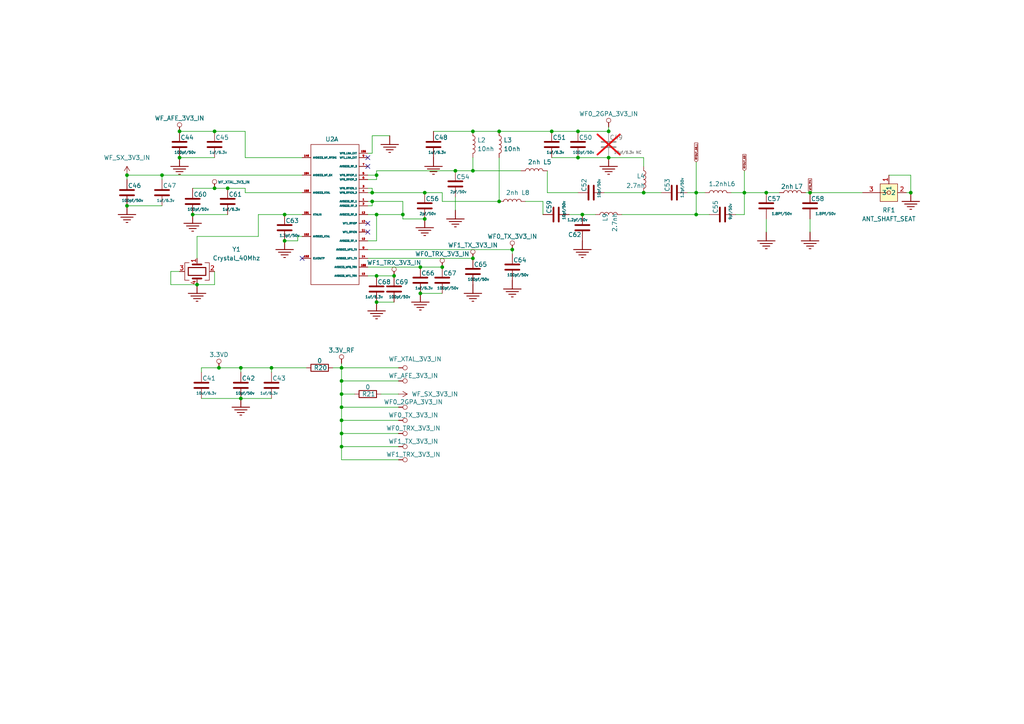
<source format=kicad_sch>
(kicad_sch (version 20250114) (generator "eeschema") (generator_version "9.0")
  (paper "A4")
  (lib_symbols
    (symbol "Device:C" (pin_numbers (hide yes)) (pin_names (offset 0.254))
      (property "Reference" "C" (at 0.635 2.54 0))
      (property "Value" "C" (at 0.635 -2.54 0))
      (symbol "C_0_1"
        (polyline (pts (xy -2.032 0.762) (xy 2.032 0.762)) (stroke (width 0.508)))
        (polyline (pts (xy -2.032 -0.762) (xy 2.032 -0.762)) (stroke (width 0.508)))
      )
      (symbol "C_1_1"
        (pin passive line (at 0 3.81 270) (length 2.794) (name "~") (number "1"))
        (pin passive line (at 0 -3.81 90) (length 2.794) (name "~") (number "2"))
      )
    )
    (symbol "Device:Crystal_GND23" (pin_names (offset 1.016) (hide yes))
      (property "Reference" "Y" (at 3.175 5.08 0))
      (property "Value" "Crystal_GND23" (at 3.175 3.175 0))
      (symbol "Crystal_GND23_0_1"
        (polyline (pts (xy -2.54 2.286) (xy -2.54 3.556) (xy 2.54 3.556) (xy 2.54 2.286)))
        (polyline (pts (xy -2.54 0) (xy -2.032 0)))
        (polyline (pts (xy -2.54 -2.286) (xy -2.54 -3.556) (xy 2.54 -3.556) (xy 2.54 -2.286)))
        (polyline (pts (xy -2.032 -1.27) (xy -2.032 1.27)) (stroke (width 0.508)))
        (rectangle (start -1.143 2.54) (end 1.143 -2.54) (stroke (width 0.3048)))
        (polyline (pts (xy 0 3.556) (xy 0 3.81)))
        (polyline (pts (xy 0 -3.81) (xy 0 -3.556)))
        (polyline (pts (xy 2.032 0) (xy 2.54 0)))
        (polyline (pts (xy 2.032 -1.27) (xy 2.032 1.27)) (stroke (width 0.508)))
      )
      (symbol "Crystal_GND23_1_1"
        (pin passive line (at -3.81 0 0) (length 1.27) (name "1") (number "1"))
        (pin passive line (at 0 5.08 270) (length 1.27) (name "2") (number "2"))
        (pin passive line (at 0 -5.08 90) (length 1.27) (name "3") (number "3"))
        (pin passive line (at 3.81 0 180) (length 1.27) (name "4") (number "4"))
      )
    )
    (symbol "Device:L" (pin_numbers (hide yes)) (pin_names (offset 1.016) (hide yes))
      (property "Reference" "L" (at -1.27 0 90))
      (property "Value" "L" (at 1.905 0 90))
      (symbol "L_0_1"
        (arc (start 0 2.54) (mid 0.6323 1.905) (end 0 1.27))
        (arc (start 0 1.27) (mid 0.6323 0.635) (end 0 0))
        (arc (start 0 0) (mid 0.6323 -0.635) (end 0 -1.27))
        (arc (start 0 -1.27) (mid 0.6323 -1.905) (end 0 -2.54))
      )
      (symbol "L_1_1"
        (pin passive line (at 0 3.81 270) (length 1.27) (name "1") (number "1"))
        (pin passive line (at 0 -3.81 90) (length 1.27) (name "2") (number "2"))
      )
    )
    (symbol "Device:R" (pin_numbers (hide yes)) (pin_names (offset 0))
      (property "Reference" "R" (at 2.032 0 90))
      (property "Value" "R" (at 0 0 90))
      (symbol "R_0_1"
        (rectangle (start -1.016 -2.54) (end 1.016 2.54) (stroke (width 0.254)))
      )
      (symbol "R_1_1"
        (pin passive line (at 0 3.81 270) (length 1.27) (name "~") (number "1"))
        (pin passive line (at 0 -3.81 90) (length 1.27) (name "~") (number "2"))
      )
    )
    (symbol "MT7688AN_Power-altium-import:3.3VD_CIRCLE" (power)
      (property "Value" "3.3VD" (at 0 -3.81 0))
      (symbol "3.3VD_CIRCLE_0_0"
        (polyline (pts (xy 0 0) (xy 0 -1.27)) (stroke (width 0.254)))
        (circle (center 0 -1.905) (radius 0.635) (stroke (width 0.127)))
        (pin power_in line (at 0 0 0) (length 0) (hide yes) (name "3.3VD") (number ""))
      )
    )
    (symbol "MT7688AN_Power-altium-import:GND_POWER_GROUND" (power)
      (property "Value" "GND" (at 0 -6.35 0))
      (symbol "GND_POWER_GROUND_0_0"
        (polyline (pts (xy -2.54 -2.54) (xy 2.54 -2.54)) (stroke (width 0.254)))
        (polyline (pts (xy -1.778 -3.302) (xy 1.778 -3.302)) (stroke (width 0.254)))
        (polyline (pts (xy -1.016 -4.064) (xy 1.016 -4.064)) (stroke (width 0.254)))
        (polyline (pts (xy -0.254 -4.826) (xy 0.254 -4.826)) (stroke (width 0.254)))
        (polyline (pts (xy 0 0) (xy 0 -2.54)) (stroke (width 0.254)))
        (pin power_in line (at 0 0 0) (length 0) (hide yes) (name "GND") (number ""))
      )
    )
    (symbol "mt7628_222:MT7628_*"
      (symbol "MT7628_*_1_1"
        (rectangle (start -6.35 6.35) (end 7.62 -34.29))
        (pin power_in line (at -8.89 2.54 0) (length 2.54) (name "AVDD33_WF_RFDIG") (number "149"))
        (pin power_in line (at -8.89 -2.54 0) (length 2.54) (name "AVDD33_WF_SX") (number "154"))
        (pin power_in line (at -8.89 -7.62 0) (length 2.54) (name "AVDD33_XTAL") (number "150"))
        (pin input line (at -8.89 -13.97 0) (length 2.54) (name "XTALIN") (number "151"))
        (pin power_in line (at -8.89 -20.32 0) (length 2.54) (name "AVSS33_XTAL") (number "152"))
        (pin output line (at -8.89 -26.67 0) (length 2.54) (name "CLKOUTP") (number "153"))
        (pin bidirectional line (at 10.16 3.81 180) (length 2.54) (name "WF0_LNA_EXT") (number "156"))
        (pin bidirectional line (at 10.16 2.54 180) (length 2.54) (name "WF1_LNA_EXT") (number "9"))
        (pin bidirectional line (at 10.16 0 180) (length 2.54) (name "AVSS33_RF_3") (number "7"))
        (pin bidirectional line (at 10.16 -2.54 180) (length 2.54) (name "WF0_RFIOP_1") (number "5"))
        (pin bidirectional line (at 10.16 -3.81 180) (length 2.54) (name "WF0_RFIOP_2") (number "6"))
        (pin bidirectional line (at 10.16 -6.35 180) (length 2.54) (name "WF0_RFION_1") (number "3"))
        (pin bidirectional line (at 10.16 -7.62 180) (length 2.54) (name "WF0_RFION_2") (number "4"))
        (pin bidirectional line (at 10.16 -10.16 180) (length 2.54) (name "AVSS33_RF_1") (number "1"))
        (pin bidirectional line (at 10.16 -11.43 180) (length 2.54) (name "AVSS33_RF_2") (number "2"))
        (pin bidirectional line (at 10.16 -13.97 180) (length 2.54) (name "AVSS33_RF_5") (number "13"))
        (pin bidirectional line (at 10.16 -16.51 180) (length 2.54) (name "WF1_RFIOP") (number "12"))
        (pin bidirectional line (at 10.16 -19.05 180) (length 2.54) (name "WF1_RFION") (number "11"))
        (pin bidirectional line (at 10.16 -21.59 180) (length 2.54) (name "AVSS33_RF_4") (number "10"))
        (pin bidirectional line (at 10.16 -24.13 180) (length 2.54) (name "AVDD33_WF0_TX") (number "8"))
        (pin power_in line (at 10.16 -26.67 180) (length 2.54) (name "AVDD33_WF1_TX") (number "14"))
        (pin power_in line (at 10.16 -29.21 180) (length 2.54) (name "AVDD33_WF0_TRX") (number "155"))
        (pin power_out line (at 10.16 -31.75 180) (length 2.54) (name "AVDD33_WF1_TRX") (number "15"))
      )
      (symbol "MT7628_*_2_1"
        (rectangle (start -8.89 11.43) (end 8.89 -34.29))
        (pin bidirectional line (at -11.43 10.16 0) (length 2.54) (name "MD0") (number "71"))
        (pin bidirectional line (at -11.43 8.89 0) (length 2.54) (name "MD1") (number "107"))
        (pin bidirectional line (at -11.43 7.62 0) (length 2.54) (name "MD2") (number "69"))
        (pin bidirectional line (at -11.43 6.35 0) (length 2.54) (name "MD3") (number "105"))
        (pin bidirectional line (at -11.43 5.08 0) (length 2.54) (name "MD4") (number "106"))
        (pin bidirectional line (at -11.43 3.81 0) (length 2.54) (name "MD5") (number "73"))
        (pin bidirectional line (at -11.43 2.54 0) (length 2.54) (name "MD6") (number "109"))
        (pin bidirectional line (at -11.43 1.27 0) (length 2.54) (name "MD7") (number "70"))
        (pin bidirectional line (at -11.43 0 0) (length 2.54) (name "MD8") (number "66"))
        (pin bidirectional line (at -11.43 -1.27 0) (length 2.54) (name "MD9") (number "112"))
        (pin bidirectional line (at -11.43 -2.54 0) (length 2.54) (name "MD10") (number "68"))
        (pin bidirectional line (at -11.43 -3.81 0) (length 2.54) (name "MD11") (number "110"))
        (pin bidirectional line (at -11.43 -5.08 0) (length 2.54) (name "MD12") (number "111"))
        (pin bidirectional line (at -11.43 -6.35 0) (length 2.54) (name "MD13") (number "67"))
        (pin bidirectional line (at -11.43 -7.62 0) (length 2.54) (name "MD14") (number "114"))
        (pin bidirectional line (at -11.43 -8.89 0) (length 2.54) (name "MD15") (number "65"))
        (pin bidirectional line (at -11.43 -15.24 0) (length 2.54) (name "DDR_IO_1V8D_1") (number "79"))
        (pin bidirectional line (at -11.43 -16.51 0) (length 2.54) (name "DDR_IO_1V8D_2") (number "98"))
        (pin bidirectional line (at -11.43 -17.78 0) (length 2.54) (name "DDR_IO_1V8D_3") (number "116"))
        (pin bidirectional line (at -11.43 -25.4 0) (length 2.54) (name "DDR_IO_VREF_1") (number "90"))
        (pin bidirectional line (at -11.43 -26.67 0) (length 2.54) (name "DDR_IO_VREF_2") (number "104"))
        (pin power_in line (at -1.27 -36.83 90) (length 2.54) (name "DDR_IO_VSS_1") (number "63"))
        (pin power_in line (at 0 -36.83 90) (length 2.54) (name "DDR_IO_VSS_2") (number "115"))
        (pin bidirectional line (at 11.43 10.16 180) (length 2.54) (name "MA0") (number "80"))
        (pin bidirectional line (at 11.43 8.89 180) (length 2.54) (name "MA1") (number "88"))
        (pin bidirectional line (at 11.43 7.62 180) (length 2.54) (name "MA2") (number "87"))
        (pin bidirectional line (at 11.43 6.35 180) (length 2.54) (name "MA3") (number "97"))
        (pin bidirectional line (at 11.43 5.08 180) (length 2.54) (name "MA4") (number "82"))
        (pin bidirectional line (at 11.43 3.81 180) (length 2.54) (name "MA5") (number "93"))
        (pin bidirectional line (at 11.43 2.54 180) (length 2.54) (name "MA6") (number "86"))
        (pin bidirectional line (at 11.43 1.27 180) (length 2.54) (name "MA7") (number "95"))
        (pin bidirectional line (at 11.43 0 180) (length 2.54) (name "MA8") (number "84"))
        (pin bidirectional line (at 11.43 -1.27 180) (length 2.54) (name "MA9") (number "94"))
        (pin bidirectional line (at 11.43 -2.54 180) (length 2.54) (name "MA10") (number "92"))
        (pin bidirectional line (at 11.43 -3.81 180) (length 2.54) (name "MA11") (number "85"))
        (pin bidirectional line (at 11.43 -5.08 180) (length 2.54) (name "MA12") (number "96"))
        (pin bidirectional line (at 11.43 -6.35 180) (length 2.54) (name "MA13") (number "83"))
        (pin bidirectional line (at 11.43 -8.89 180) (length 2.54) (name "MDQS0") (number "113"))
        (pin bidirectional line (at 11.43 -10.16 180) (length 2.54) (name "MDQS1") (number "72"))
        (pin bidirectional line (at 11.43 -12.7 180) (length 2.54) (name "MDQM0") (number "108"))
        (pin bidirectional line (at 11.43 -13.97 180) (length 2.54) (name "MDQM1") (number "64"))
        (pin bidirectional line (at 11.43 -16.51 180) (length 2.54) (name "MBA0") (number "100"))
        (pin bidirectional line (at 11.43 -17.78 180) (length 2.54) (name "MBA1") (number "99"))
        (pin bidirectional line (at 11.43 -19.05 180) (length 2.54) (name "MBA2") (number "101"))
        (pin bidirectional line (at 11.43 -21.59 180) (length 2.54) (name "MCK_N") (number "76"))
        (pin bidirectional line (at 11.43 -22.86 180) (length 2.54) (name "MCK_P") (number "77"))
        (pin bidirectional line (at 11.43 -25.4 180) (length 2.54) (name "MCKE") (number "103"))
        (pin bidirectional line (at 11.43 -27.94 180) (length 2.54) (name "MODT") (number "74"))
        (pin bidirectional line (at 11.43 -29.21 180) (length 2.54) (name "MRAS") (number "81"))
        (pin bidirectional line (at 11.43 -30.48 180) (length 2.54) (name "MCAS") (number "75"))
        (pin bidirectional line (at 11.43 -31.75 180) (length 2.54) (name "MW_E") (number "102"))
        (pin bidirectional line (at 11.43 -33.02 180) (length 2.54) (name "MCS") (number "78"))
      )
      (symbol "MT7628_*_3_1"
        (rectangle (start -5.08 1.27) (end 6.35 -21.59))
        (pin bidirectional line (at -7.62 0 0) (length 2.54) (name "SPI_MISO") (number "26"))
        (pin bidirectional line (at -7.62 -1.27 0) (length 2.54) (name "SPI_MOSI") (number "27"))
        (pin bidirectional line (at -7.62 -2.54 0) (length 2.54) (name "SPI_CLK") (number "25"))
        (pin bidirectional line (at -7.62 -3.81 0) (length 2.54) (name "SPI_CS0") (number "28"))
        (pin bidirectional line (at -7.62 -5.08 0) (length 2.54) (name "SPI_CS1") (number "24"))
        (pin bidirectional line (at -7.62 -10.16 0) (length 2.54) (name "I2C_SCLK") (number "20"))
        (pin bidirectional line (at -7.62 -11.43 0) (length 2.54) (name "I2C_SD") (number "21"))
        (pin bidirectional line (at -7.62 -13.97 0) (length 2.54) (name "GPIO0") (number "29"))
        (pin bidirectional line (at -7.62 -16.51 0) (length 2.54) (name "PORST_N") (number "138"))
        (pin bidirectional line (at -7.62 -17.78 0) (length 2.54) (name "WDT_RST_N") (number "137"))
        (pin bidirectional line (at 0 -24.13 90) (length 2.54) (name "NC_1") (number "37"))
        (pin output line (at 8.89 -2.54 180) (length 2.54) (name "UART_TXD1") (number "147"))
        (pin input line (at 8.89 -3.81 180) (length 2.54) (name "UART_RXD1") (number "148"))
        (pin input line (at 8.89 -7.62 180) (length 2.54) (name "UART_RXD0") (number "31"))
        (pin output line (at 8.89 -8.89 180) (length 2.54) (name "UART_TXD0") (number "30"))
        (pin bidirectional line (at 8.89 -12.7 180) (length 2.54) (name "I2S_CLK") (number "19"))
        (pin output line (at 8.89 -13.97 180) (length 2.54) (name "I2S_WS") (number "18"))
        (pin output line (at 8.89 -15.24 180) (length 2.54) (name "I2S_SDI") (number "16"))
        (pin bidirectional line (at 8.89 -16.51 180) (length 2.54) (name "I2S_SDO") (number "17"))
        (pin bidirectional line (at 8.89 -17.78 180) (length 2.54) (name "REF_CLK0") (number "136"))
        (pin bidirectional line (at 8.89 -20.32 180) (length 2.54) (name "WLED_N") (number "144"))
      )
      (symbol "MT7628_*_4_1"
        (rectangle (start -8.89 11.43) (end 8.89 -12.7))
        (pin power_in line (at -11.43 8.89 0) (length 2.54) (name "AVDD33_USB") (number "60"))
        (pin bidirectional line (at -11.43 0 0) (length 2.54) (name "USB_VRT") (number "59"))
        (pin bidirectional line (at -11.43 -6.35 0) (length 2.54) (name "USB_DP") (number "61"))
        (pin bidirectional line (at -11.43 -7.62 0) (length 2.54) (name "USB_DM") (number "62"))
        (pin power_in line (at 0 -15.24 90) (length 2.54) (name "PCIE_IO_VSS") (number "128"))
        (pin bidirectional line (at 11.43 10.16 180) (length 2.54) (name "AVDD12_PCIE") (number "131"))
        (pin bidirectional line (at 11.43 7.62 180) (length 2.54) (name "AVDD33_PCIE") (number "134"))
        (pin bidirectional line (at 11.43 5.08 180) (length 2.54) (name "PERST_N") (number "135"))
        (pin bidirectional line (at 11.43 2.54 180) (length 2.54) (name "PCIE_CKP0") (number "133"))
        (pin bidirectional line (at 11.43 1.27 180) (length 2.54) (name "PCIE_CKN0") (number "132"))
        (pin bidirectional line (at 11.43 -1.27 180) (length 2.54) (name "PCIE_TXP0") (number "127"))
        (pin bidirectional line (at 11.43 -3.81 180) (length 2.54) (name "PCIE_TXN0") (number "126"))
        (pin bidirectional line (at 11.43 -7.62 180) (length 2.54) (name "PCIE_RXP0") (number "129"))
        (pin bidirectional line (at 11.43 -8.89 180) (length 2.54) (name "PCIE_RXN0") (number "130"))
      )
      (symbol "MT7628_*_5_1"
        (rectangle (start -8.89 17.78) (end 8.89 -13.97))
        (pin power_in line (at -11.43 16.51 0) (length 2.54) (name "AVDD33_TX_P0") (number "32"))
        (pin power_in line (at -11.43 15.24 0) (length 2.54) (name "AVDD33_COM") (number "38"))
        (pin power_in line (at -11.43 13.97 0) (length 2.54) (name "AVDD33_TX_P1234_1") (number "41"))
        (pin power_in line (at -11.43 12.7 0) (length 2.54) (name "AVDD33_TX_P1234_2") (number "53"))
        (pin bidirectional line (at -11.43 5.08 0) (length 2.54) (name "EPHY_VRT") (number "39"))
        (pin bidirectional line (at -11.43 -2.54 0) (length 2.54) (name "EPHY_LED4_N_JTRST_N") (number "139"))
        (pin bidirectional line (at -11.43 -3.81 0) (length 2.54) (name "AVDD33_TX_P1234_2") (number "140"))
        (pin bidirectional line (at -11.43 -5.08 0) (length 2.54) (name "EPHY_LED2_N_JTMS") (number "141"))
        (pin bidirectional line (at -11.43 -6.35 0) (length 2.54) (name "EPHY_LED1_N_JTDI") (number "142"))
        (pin bidirectional line (at -11.43 -7.62 0) (length 2.54) (name "EPHY_LED0_N_JTDO") (number "143"))
        (pin bidirectional line (at 11.43 16.51 180) (length 2.54) (name "MDI_TN_P4") (number "57"))
        (pin bidirectional line (at 11.43 15.24 180) (length 2.54) (name "MDI_TP_P4") (number "56"))
        (pin bidirectional line (at 11.43 13.97 180) (length 2.54) (name "MDI_RN_P4") (number "55"))
        (pin bidirectional line (at 11.43 12.7 180) (length 2.54) (name "MDI_RP_P4") (number "54"))
        (pin bidirectional line (at 11.43 10.16 180) (length 2.54) (name "MDI_TN_P3") (number "50"))
        (pin bidirectional line (at 11.43 8.89 180) (length 2.54) (name "MDI_TP_P3") (number "49"))
        (pin bidirectional line (at 11.43 7.62 180) (length 2.54) (name "MDI_RN_P3") (number "52"))
        (pin bidirectional line (at 11.43 6.35 180) (length 2.54) (name "MDI_RP_P3") (number "51"))
        (pin bidirectional line (at 11.43 3.81 180) (length 2.54) (name "MDI_TN_P2") (number "48"))
        (pin bidirectional line (at 11.43 2.54 180) (length 2.54) (name "MDI_TP_P2") (number "47"))
        (pin bidirectional line (at 11.43 1.27 180) (length 2.54) (name "MDI_RN_P2") (number "46"))
        (pin bidirectional line (at 11.43 0 180) (length 2.54) (name "MDI_RP_P2") (number "45"))
        (pin bidirectional line (at 11.43 -2.54 180) (length 2.54) (name "MDI_TN_P1") (number "42"))
        (pin bidirectional line (at 11.43 -3.81 180) (length 2.54) (name "MDI_TP_P1") (number "40"))
        (pin bidirectional line (at 11.43 -5.08 180) (length 2.54) (name "MDI_RN_P1") (number "44"))
        (pin bidirectional line (at 11.43 -6.35 180) (length 2.54) (name "MDI_RP_P1") (number "43"))
        (pin bidirectional line (at 11.43 -8.89 180) (length 2.54) (name "MDI_TN_P0") (number "36"))
        (pin bidirectional line (at 11.43 -10.16 180) (length 2.54) (name "MDI_TP_P0") (number "35"))
        (pin bidirectional line (at 11.43 -11.43 180) (length 2.54) (name "MDI_RN_P0") (number "34"))
        (pin bidirectional line (at 11.43 -12.7 180) (length 2.54) (name "MDI_RP_P0") (number "33"))
      )
      (symbol "MT7628_*_6_1"
        (rectangle (start -8.89 8.89) (end 7.62 -11.43))
        (pin bidirectional line (at -11.43 7.62 0) (length 2.54) (name "SOC_IO_V33D_1") (number "23"))
        (pin bidirectional line (at -11.43 6.35 0) (length 2.54) (name "SOC_IO_V33D_2") (number "146"))
        (pin bidirectional line (at -11.43 -2.54 0) (length 2.54) (name "SOC_CO_V12D_1") (number "22"))
        (pin bidirectional line (at -11.43 -3.81 0) (length 2.54) (name "SOC_CO_V12D_2") (number "58"))
        (pin bidirectional line (at -11.43 -5.08 0) (length 2.54) (name "SOC_CO_V12D_3") (number "89"))
        (pin bidirectional line (at -11.43 -6.35 0) (length 2.54) (name "SOC_CO_V12D_4") (number "91"))
        (pin bidirectional line (at -11.43 -7.62 0) (length 2.54) (name "SOC_CO_V12D_5") (number "145"))
        (pin power_in line (at -1.27 -13.97 90) (length 2.54) (name "EPAD") (number "157"))
        (pin power_in line (at 10.16 7.62 180) (length 2.54) (name "AVDD33_SMPS") (number "117"))
        (pin bidirectional line (at 10.16 3.81 180) (length 2.54) (name "LXBK_1") (number "118"))
        (pin bidirectional line (at 10.16 2.54 180) (length 2.54) (name "LXBK_2") (number "119"))
        (pin bidirectional line (at 10.16 0 180) (length 2.54) (name "VOUT_FB") (number "122"))
        (pin bidirectional line (at 10.16 -2.54 180) (length 2.54) (name "AVSS33_SMPS_1") (number "120"))
        (pin bidirectional line (at 10.16 -3.81 180) (length 2.54) (name "AVSS33_SMPS_2") (number "121"))
        (pin bidirectional line (at 10.16 -6.35 180) (length 2.54) (name "AVDD33_DDRLDO_1") (number "123"))
        (pin bidirectional line (at 10.16 -7.62 180) (length 2.54) (name "AVDD33_DDRLDO_2") (number "124"))
        (pin bidirectional line (at 10.16 -10.16 180) (length 2.54) (name "DDRLDO") (number "125"))
      )
    )
    (symbol "power:+3V3" (power) (pin_numbers (hide yes)) (pin_names (offset 0) (hide yes))
      (property "Value" "+3V3" (at 0 3.556 0))
      (symbol "+3V3_0_1"
        (polyline (pts (xy -0.762 1.27) (xy 0 2.54)))
        (polyline (pts (xy 0 2.54) (xy 0.762 1.27)))
        (polyline (pts (xy 0 0) (xy 0 2.54)))
      )
      (symbol "+3V3_1_1"
        (pin power_in line (at 0 0 90) (length 0) (name "~") (number "1"))
      )
    )
    (symbol "testeda:ANT_SHAFT_SEAT"
      (property "Reference" "RF" (at 0 11.43 0))
      (property "Value" "ANT_SHAFT_SEAT" (at 0 -11.43 0))
      (symbol "ANT_SHAFT_SEAT_0_1"
        (rectangle (start -1.27 3.81) (end 3.81 -1.27) (fill (type background)))
        (circle (center 1.27 1.27) (radius 0.51))
        (polyline (pts (xy 1.27 0.76) (xy 1.27 -1.27)))
        (pin unspecified line (at -3.81 1.27 0) (length 2.54) (name "1") (number "1"))
        (pin unspecified line (at 1.27 6.35 270) (length 2.54) (name "2") (number "2"))
        (pin unspecified line (at 1.27 -6.35 90) (length 5.08) (name "3") (number "3"))
      )
    )
  )
  (junction (at 121.92 77.47))
  (junction (at 36.83 59.69))
  (junction (at 144.78 38.1))
  (junction (at 132.08 49.53))
  (junction (at 109.22 80.01))
  (junction (at 69.85 106.68))
  (junction (at 137.16 49.53))
  (junction (at 148.59 72.39))
  (junction (at 186.69 55.88))
  (junction (at 99.06 114.3))
  (junction (at 121.92 85.09))
  (junction (at 107.95 58.42))
  (junction (at 52.07 38.1))
  (junction (at 176.53 38.1))
  (junction (at 114.3 80.01))
  (junction (at 215.9 55.88))
  (junction (at 128.27 77.47))
  (junction (at 82.55 69.85))
  (junction (at 82.55 62.23))
  (junction (at 66.04 54.61))
  (junction (at 160.02 38.1))
  (junction (at 99.06 106.68))
  (junction (at 62.23 38.1))
  (junction (at 109.22 62.23))
  (junction (at 69.85 115.57))
  (junction (at 99.06 110.49))
  (junction (at 78.74 106.68))
  (junction (at 52.07 45.72))
  (junction (at 36.83 50.8))
  (junction (at 99.06 125.73))
  (junction (at 222.25 55.88))
  (junction (at 167.64 45.72))
  (junction (at 167.64 38.1))
  (junction (at 123.19 55.88))
  (junction (at 264.16 55.88))
  (junction (at 99.06 129.54))
  (junction (at 176.53 45.72))
  (junction (at 144.78 58.42))
  (junction (at 107.95 55.88))
  (junction (at 55.88 62.23))
  (junction (at 62.23 54.61))
  (junction (at 123.19 63.5))
  (junction (at 99.06 118.11))
  (junction (at 63.5 106.68))
  (junction (at 57.15 82.55))
  (junction (at 201.93 62.23))
  (junction (at 46.99 50.8))
  (junction (at 109.22 87.63))
  (junction (at 168.91 62.23))
  (junction (at 109.22 50.8))
  (junction (at 201.93 55.88))
  (junction (at 137.16 74.93))
  (junction (at 234.95 55.88))
  (junction (at 137.16 38.1))
  (junction (at 116.84 62.23))
  (junction (at 99.06 121.92))
  (no_connect (at 87.63 74.93))
  (no_connect (at 106.68 48.26))
  (no_connect (at 106.68 45.72))
  (no_connect (at 106.68 64.77))
  (no_connect (at 106.68 67.31))
  (wire (pts (xy 222.25 67.31) (xy 222.25 63.5)))
  (wire (pts (xy 87.63 50.8) (xy 46.99 50.8)))
  (wire (pts (xy 109.22 62.23) (xy 116.84 62.23)))
  (wire (pts (xy 87.63 68.58) (xy 86.36 68.58)))
  (wire (pts (xy 106.68 62.23) (xy 109.22 62.23)))
  (wire (pts (xy 99.06 110.49) (xy 99.06 106.68)))
  (wire (pts (xy 99.06 106.68) (xy 115.57 106.68)))
  (wire (pts (xy 123.19 55.88) (xy 107.95 55.88)))
  (wire (pts (xy 107.95 58.42) (xy 116.84 58.42)))
  (wire (pts (xy 107.95 44.45) (xy 107.95 39.37)))
  (wire (pts (xy 128.27 58.42) (xy 144.78 58.42)))
  (wire (pts (xy 115.57 129.54) (xy 99.06 129.54)))
  (wire (pts (xy 49.53 82.55) (xy 57.15 82.55)))
  (wire (pts (xy 57.15 68.58) (xy 57.15 74.93)))
  (wire (pts (xy 264.16 50.8) (xy 257.81 50.8)))
  (wire (pts (xy 99.06 121.92) (xy 99.06 118.11)))
  (wire (pts (xy 36.83 50.8) (xy 36.83 52.07)))
  (wire (pts (xy 109.22 50.8) (xy 109.22 52.07)))
  (wire (pts (xy 62.23 54.61) (xy 55.88 54.61)))
  (wire (pts (xy 201.93 46.99) (xy 201.93 55.88)))
  (wire (pts (xy 69.85 107.95) (xy 69.85 106.68)))
  (wire (pts (xy 137.16 45.72) (xy 137.16 49.53)))
  (wire (pts (xy 86.36 69.85) (xy 82.55 69.85)))
  (wire (pts (xy 215.9 55.88) (xy 222.25 55.88)))
  (wire (pts (xy 74.93 68.58) (xy 74.93 62.23)))
  (wire (pts (xy 204.47 55.88) (xy 201.93 55.88)))
  (wire (pts (xy 191.77 55.88) (xy 186.69 55.88)))
  (wire (pts (xy 137.16 38.1) (xy 144.78 38.1)))
  (wire (pts (xy 71.12 54.61) (xy 66.04 54.61)))
  (wire (pts (xy 69.85 115.57) (xy 78.74 115.57)))
  (wire (pts (xy 262.89 55.88) (xy 264.16 55.88)))
  (wire (pts (xy 176.53 45.72) (xy 186.69 45.72)))
  (wire (pts (xy 125.73 38.1) (xy 137.16 38.1)))
  (wire (pts (xy 71.12 45.72) (xy 71.12 38.1)))
  (wire (pts (xy 106.68 58.42) (xy 107.95 58.42)))
  (wire (pts (xy 106.68 80.01) (xy 109.22 80.01)))
  (wire (pts (xy 180.34 62.23) (xy 201.93 62.23)))
  (wire (pts (xy 205.74 62.23) (xy 201.93 62.23)))
  (wire (pts (xy 69.85 106.68) (xy 63.5 106.68)))
  (wire (pts (xy 160.02 45.72) (xy 167.64 45.72)))
  (wire (pts (xy 87.63 55.88) (xy 71.12 55.88)))
  (wire (pts (xy 74.93 62.23) (xy 82.55 62.23)))
  (wire (pts (xy 106.68 74.93) (xy 137.16 74.93)))
  (wire (pts (xy 234.95 67.31) (xy 234.95 63.5)))
  (wire (pts (xy 71.12 38.1) (xy 62.23 38.1)))
  (wire (pts (xy 106.68 50.8) (xy 109.22 50.8)))
  (wire (pts (xy 106.68 54.61) (xy 107.95 54.61)))
  (wire (pts (xy 144.78 38.1) (xy 160.02 38.1)))
  (wire (pts (xy 157.48 58.42) (xy 157.48 62.23)))
  (wire (pts (xy 58.42 115.57) (xy 69.85 115.57)))
  (wire (pts (xy 167.64 38.1) (xy 176.53 38.1)))
  (wire (pts (xy 99.06 133.35) (xy 99.06 129.54)))
  (wire (pts (xy 36.83 59.69) (xy 46.99 59.69)))
  (wire (pts (xy 128.27 55.88) (xy 128.27 58.42)))
  (wire (pts (xy 57.15 68.58) (xy 74.93 68.58)))
  (wire (pts (xy 215.9 55.88) (xy 212.09 55.88)))
  (wire (pts (xy 226.06 55.88) (xy 222.25 55.88)))
  (wire (pts (xy 49.53 78.74) (xy 49.53 82.55)))
  (wire (pts (xy 107.95 58.42) (xy 107.95 59.69)))
  (wire (pts (xy 148.59 72.39) (xy 148.59 73.66)))
  (wire (pts (xy 167.64 45.72) (xy 176.53 45.72)))
  (wire (pts (xy 58.42 106.68) (xy 58.42 107.95)))
  (wire (pts (xy 106.68 44.45) (xy 107.95 44.45)))
  (wire (pts (xy 99.06 125.73) (xy 99.06 121.92)))
  (wire (pts (xy 52.07 78.74) (xy 49.53 78.74)))
  (wire (pts (xy 172.72 62.23) (xy 168.91 62.23)))
  (wire (pts (xy 71.12 55.88) (xy 71.12 54.61)))
  (wire (pts (xy 115.57 125.73) (xy 99.06 125.73)))
  (wire (pts (xy 144.78 45.72) (xy 144.78 58.42)))
  (wire (pts (xy 121.92 85.09) (xy 128.27 85.09)))
  (wire (pts (xy 213.36 62.23) (xy 215.9 62.23)))
  (wire (pts (xy 201.93 55.88) (xy 199.39 55.88)))
  (wire (pts (xy 151.13 49.53) (xy 137.16 49.53)))
  (wire (pts (xy 115.57 118.11) (xy 99.06 118.11)))
  (wire (pts (xy 107.95 55.88) (xy 106.68 55.88)))
  (wire (pts (xy 109.22 52.07) (xy 106.68 52.07)))
  (wire (pts (xy 132.08 49.53) (xy 109.22 49.53)))
  (wire (pts (xy 123.19 55.88) (xy 128.27 55.88)))
  (wire (pts (xy 201.93 62.23) (xy 201.93 55.88)))
  (wire (pts (xy 107.95 39.37) (xy 113.03 39.37)))
  (wire (pts (xy 62.23 38.1) (xy 52.07 38.1)))
  (wire (pts (xy 264.16 55.88) (xy 264.16 50.8)))
  (wire (pts (xy 152.4 58.42) (xy 157.48 58.42)))
  (wire (pts (xy 110.49 114.3) (xy 115.57 114.3)))
  (wire (pts (xy 99.06 105.41) (xy 99.06 106.68)))
  (wire (pts (xy 87.63 45.72) (xy 71.12 45.72)))
  (wire (pts (xy 99.06 114.3) (xy 102.87 114.3)))
  (wire (pts (xy 109.22 80.01) (xy 114.3 80.01)))
  (wire (pts (xy 121.92 77.47) (xy 128.27 77.47)))
  (wire (pts (xy 62.23 78.74) (xy 62.23 82.55)))
  (wire (pts (xy 107.95 55.88) (xy 107.95 54.61)))
  (wire (pts (xy 82.55 62.23) (xy 87.63 62.23)))
  (wire (pts (xy 186.69 55.88) (xy 175.26 55.88)))
  (wire (pts (xy 115.57 133.35) (xy 99.06 133.35)))
  (wire (pts (xy 176.53 36.83) (xy 176.53 38.1)))
  (wire (pts (xy 109.22 49.53) (xy 109.22 50.8)))
  (wire (pts (xy 116.84 63.5) (xy 123.19 63.5)))
  (wire (pts (xy 116.84 62.23) (xy 116.84 63.5)))
  (wire (pts (xy 46.99 50.8) (xy 46.99 52.07)))
  (wire (pts (xy 137.16 49.53) (xy 132.08 49.53)))
  (wire (pts (xy 78.74 106.68) (xy 69.85 106.68)))
  (wire (pts (xy 99.06 106.68) (xy 96.52 106.68)))
  (wire (pts (xy 99.06 118.11) (xy 99.06 114.3)))
  (wire (pts (xy 78.74 107.95) (xy 78.74 106.68)))
  (wire (pts (xy 99.06 110.49) (xy 99.06 114.3)))
  (wire (pts (xy 234.95 55.88) (xy 250.19 55.88)))
  (wire (pts (xy 99.06 129.54) (xy 99.06 125.73)))
  (wire (pts (xy 106.68 72.39) (xy 148.59 72.39)))
  (wire (pts (xy 215.9 62.23) (xy 215.9 55.88)))
  (wire (pts (xy 167.64 55.88) (xy 158.75 55.88)))
  (wire (pts (xy 86.36 68.58) (xy 86.36 69.85)))
  (wire (pts (xy 115.57 121.92) (xy 99.06 121.92)))
  (wire (pts (xy 109.22 69.85) (xy 106.68 69.85)))
  (wire (pts (xy 52.07 45.72) (xy 62.23 45.72)))
  (wire (pts (xy 109.22 62.23) (xy 109.22 69.85)))
  (wire (pts (xy 109.22 87.63) (xy 114.3 87.63)))
  (wire (pts (xy 115.57 110.49) (xy 99.06 110.49)))
  (wire (pts (xy 116.84 58.42) (xy 116.84 62.23)))
  (wire (pts (xy 88.9 106.68) (xy 78.74 106.68)))
  (wire (pts (xy 63.5 106.68) (xy 58.42 106.68)))
  (wire (pts (xy 46.99 50.8) (xy 36.83 50.8)))
  (wire (pts (xy 106.68 77.47) (xy 121.92 77.47)))
  (wire (pts (xy 158.75 55.88) (xy 158.75 49.53)))
  (wire (pts (xy 160.02 38.1) (xy 167.64 38.1)))
  (wire (pts (xy 234.95 55.88) (xy 233.68 55.88)))
  (wire (pts (xy 55.88 62.23) (xy 66.04 62.23)))
  (wire (pts (xy 215.9 49.53) (xy 215.9 55.88)))
  (wire (pts (xy 165.1 62.23) (xy 168.91 62.23)))
  (wire (pts (xy 66.04 54.61) (xy 62.23 54.61)))
  (wire (pts (xy 186.69 48.26) (xy 186.69 45.72)))
  (wire (pts (xy 107.95 59.69) (xy 106.68 59.69)))
  (wire (pts (xy 132.08 57.15) (xy 132.08 60.96)))
  (wire (pts (xy 62.23 82.55) (xy 57.15 82.55)))
  (global_label "RFOUT_G0" (shape input) (at 215.9 49.53 90) (effects (font (size 0.508 0.508))) (property "Intersheetrefs" "${INTERSHEET_REFS}" (effects (hide yes))))
  (global_label "WF0_iPA" (shape input) (at 234.95 55.88 90) (effects (font (size 0.508 0.508))) (property "Intersheetrefs" "${INTERSHEET_REFS}" (effects (hide yes))))
  (global_label "RFOUT_G0_L" (shape input) (at 201.93 46.99 90) (effects (font (size 0.508 0.508))) (property "Intersheetrefs" "${INTERSHEET_REFS}" (effects (hide yes))))
  (symbol (lib_id "MT7688AN_Power-altium-import:GND_POWER_GROUND") (at 55.88 62.23 0) (unit 1)
    (property "Reference" "#PWR043" (effects (hide yes)))
    (property "Value" "GND" (effects (hide yes)))
  )
  (symbol (lib_id "MT7688AN_Power-altium-import:GND_POWER_GROUND") (at 222.25 67.31 0) (unit 1)
    (property "Reference" "#PWR053" (effects (hide yes)))
    (property "Value" "GND" (effects (hide yes)))
  )
  (symbol (lib_id "Device:C") (at 121.92 81.28 0) (unit 1)
    (property "Reference" "C66" (at 122.174 79.248 0) (effects (justify left)))
    (property "Value" "1uf/6.3v" (at 120.396 83.566 0) (effects (font (size 0.762 0.762)) (justify left)))
    (property "Footprint" "Capacitor_SMD:C_0402_1005Metric" (effects (hide yes)))
    (property "Description" "Unpolarized capacitor" (effects (hide yes)))
    (property "LCSC" "C15684" (effects (hide yes)))
  )
  (symbol (lib_id "MT7688AN_Power-altium-import:GND_POWER_GROUND") (at 168.91 69.85 0) (unit 1)
    (property "Reference" "#PWR057" (effects (hide yes)))
    (property "Value" "GND" (effects (hide yes)))
  )
  (symbol (lib_id "Device:C") (at 209.55 62.23 90) (unit 1)
    (property "Reference" "C55" (at 207.518 61.976 0) (effects (justify left)))
    (property "Value" "9pf/50v" (at 211.836 63.754 0) (effects (font (size 0.762 0.762)) (justify left)))
    (property "Footprint" "Capacitor_SMD:C_0402_1005Metric" (effects (hide yes)))
    (property "Description" "Unpolarized capacitor" (effects (hide yes)))
    (property "LOSC" "C1580" (effects (hide yes)))
  )
  (symbol (lib_id "MT7688AN_Power-altium-import:GND_POWER_GROUND") (at 113.03 39.37 0) (unit 1)
    (property "Reference" "#PWR048" (effects (hide yes)))
    (property "Value" "GND" (effects (hide yes)))
  )
  (symbol (lib_id "Device:L") (at 148.59 58.42 90) (unit 1)
    (property "Reference" "L8" (at 152.4 55.88 90))
    (property "Value" "2nh" (at 148.59 55.88 90))
    (property "Footprint" "Inductor_SMD:L_0402_1005Metric" (effects (hide yes)))
    (property "Description" "Inductor" (effects (hide yes)))
    (property "LCSC" "C18216" (effects (hide yes)))
  )
  (symbol (lib_id "testeda:ANT_SHAFT_SEAT") (at 256.54 54.61 270) (unit 1)
    (property "Reference" "RF1" (at 257.81 60.96 90))
    (property "Value" "ANT_SHAFT_SEAT" (at 257.81 63.5 90))
    (property "Footprint" "easyeda2kicad:IPEX-SMD_4P-L2.6-W2.6_C9900016457" (effects (hide yes)))
    (property "LCSC" "C9900016457" (effects (hide yes)))
  )
  (symbol (lib_id "Device:C") (at 167.64 41.91 0) (unit 1)
    (property "Reference" "C50" (at 167.894 39.878 0) (effects (justify left)))
    (property "Value" "100pf/50v" (at 166.116 44.196 0) (effects (font (size 0.762 0.762)) (justify left)))
    (property "Footprint" "Capacitor_SMD:C_0402_1005Metric" (effects (hide yes)))
    (property "Description" "Unpolarized capacitor" (effects (hide yes)))
    (property "LCSC" "C1546" (effects (hide yes)))
  )
  (symbol (lib_id "MT7688AN_Power-altium-import:3.3VD_CIRCLE") (at 115.57 125.73 90) (unit 1)
    (property "Reference" "#PWR073" (effects (hide yes)))
    (property "Value" "WF0_TRX_3V3_IN" (at 119.888 124.206 90))
  )
  (symbol (lib_id "MT7688AN_Power-altium-import:3.3VD_CIRCLE") (at 115.57 121.92 90) (unit 1)
    (property "Reference" "#PWR072" (effects (hide yes)))
    (property "Value" "WF0_TX_3V3_IN" (at 119.888 120.396 90))
  )
  (symbol (lib_id "MT7688AN_Power-altium-import:3.3VD_CIRCLE") (at 115.57 110.49 90) (unit 1)
    (property "Reference" "#PWR069" (effects (hide yes)))
    (property "Value" "WF_AFE_3V3_IN" (at 119.888 108.966 90))
  )
  (symbol (lib_id "MT7688AN_Power-altium-import:GND_POWER_GROUND") (at 125.73 45.72 0) (unit 1)
    (property "Reference" "#PWR051" (effects (hide yes)))
    (property "Value" "GND" (effects (hide yes)))
  )
  (symbol (lib_id "Device:L") (at 229.87 55.88 90) (unit 1)
    (property "Reference" "L7" (at 231.648 54.102 90))
    (property "Value" "2nh" (at 228.346 54.102 90))
    (property "Footprint" "Inductor_SMD:L_0402_1005Metric" (effects (hide yes)))
    (property "Description" "Inductor" (effects (hide yes)))
    (property "LCSC" "C18216" (effects (hide yes)))
  )
  (symbol (lib_id "Device:R") (at 92.71 106.68 90) (unit 1)
    (property "Reference" "R20" (at 92.964 106.68 90))
    (property "Value" "0" (at 92.71 104.648 90))
    (property "Footprint" "Resistor_SMD:R_0402_1005Metric" (effects (hide yes)))
    (property "Description" "Resistor" (effects (hide yes)))
    (property "LCSC" "C17168" (effects (hide yes)))
  )
  (symbol (lib_id "MT7688AN_Power-altium-import:3.3VD_CIRCLE") (at 115.57 133.35 90) (unit 1)
    (property "Reference" "#PWR076" (effects (hide yes)))
    (property "Value" "WF1_TRX_3V3_IN" (at 119.888 131.826 90))
  )
  (symbol (lib_id "MT7688AN_Power-altium-import:GND_POWER_GROUND") (at 121.92 85.09 0) (unit 1)
    (property "Reference" "#PWR062" (effects (hide yes)))
    (property "Value" "GND" (effects (hide yes)))
  )
  (symbol (lib_id "MT7688AN_Power-altium-import:3.3VD_CIRCLE") (at 148.59 72.39 180) (unit 1)
    (property "Reference" "#PWR059" (effects (hide yes)))
    (property "Value" "WF0_TX_3V3_IN" (at 148.59 68.58 0))
  )
  (symbol (lib_id "Device:C") (at 160.02 41.91 0) (unit 1)
    (property "Reference" "C51" (at 160.274 39.878 0) (effects (justify left)))
    (property "Value" "1uf/6.3v" (at 158.496 44.196 0) (effects (font (size 0.762 0.762)) (justify left)))
    (property "Footprint" "Capacitor_SMD:C_0402_1005Metric" (effects (hide yes)))
    (property "Description" "Unpolarized capacitor" (effects (hide yes)))
    (property "LCSC" "C15684" (effects (hide yes)))
  )
  (symbol (lib_id "MT7688AN_Power-altium-import:GND_POWER_GROUND") (at 109.22 87.63 0) (unit 1)
    (property "Reference" "#PWR064" (effects (hide yes)))
    (property "Value" "GND" (effects (hide yes)))
  )
  (symbol (lib_id "Device:C") (at 171.45 55.88 90) (unit 1)
    (property "Reference" "C52" (at 169.418 55.626 0) (effects (justify left)))
    (property "Value" "10pf/50v" (at 173.736 57.404 0) (effects (font (size 0.762 0.762)) (justify left)))
    (property "Footprint" "Capacitor_SMD:C_0402_1005Metric" (effects (hide yes)))
    (property "Description" "Unpolarized capacitor" (effects (hide yes)))
    (property "LCSC" "C32949" (effects (hide yes)))
  )
  (symbol (lib_id "MT7688AN_Power-altium-import:GND_POWER_GROUND") (at 234.95 67.31 0) (unit 1)
    (property "Reference" "#PWR054" (effects (hide yes)))
    (property "Value" "GND" (effects (hide yes)))
  )
  (symbol (lib_id "MT7688AN_Power-altium-import:3.3VD_CIRCLE") (at 137.16 74.93 180) (unit 1)
    (property "Reference" "#PWR061" (effects (hide yes)))
    (property "Value" "WF1_TX_3V3_IN" (at 137.16 71.12 0))
  )
  (symbol (lib_id "mt7628_222:MT7628_*") (at 96.52 48.26 0) (unit 1)
    (property "Reference" "U2" (at 96.266 40.386 0))
    (property "Value" "~" (at 97.155 40.64 0))
    (property "Footprint" "Library:MT7628_footprint" (effects (hide yes)))
  )
  (symbol (lib_id "Device:C") (at 195.58 55.88 90) (unit 1)
    (property "Reference" "C53" (at 193.548 55.626 0) (effects (justify left)))
    (property "Value" "1.2pf/50v" (at 197.866 57.404 0) (effects (font (size 0.762 0.762)) (justify left)))
    (property "Footprint" "Capacitor_SMD:C_0402_1005Metric" (effects (hide yes)))
    (property "Description" "Unpolarized capacitor" (effects (hide yes)))
    (property "LOSC" "C1551" (effects (hide yes)))
  )
  (symbol (lib_id "Device:C") (at 52.07 41.91 0) (unit 1)
    (property "Reference" "C44" (at 52.324 39.878 0) (effects (justify left)))
    (property "Value" "100pf/50v" (at 50.546 44.196 0) (effects (font (size 0.762 0.762)) (justify left)))
    (property "Footprint" "Capacitor_SMD:C_0402_1005Metric" (effects (hide yes)))
    (property "Description" "Unpolarized capacitor" (effects (hide yes)))
    (property "LCSC" "C1546" (effects (hide yes)))
  )
  (symbol (lib_id "MT7688AN_Power-altium-import:GND_POWER_GROUND") (at 123.19 63.5 0) (mirror y) (unit 1)
    (property "Reference" "#PWR056" (effects (hide yes)))
    (property "Value" "GND" (effects (hide yes)))
  )
  (symbol (lib_id "Device:C") (at 161.29 62.23 90) (unit 1)
    (property "Reference" "C59" (at 159.258 61.976 0) (effects (justify left)))
    (property "Value" "10pf/50v" (at 163.576 63.754 0) (effects (font (size 0.762 0.762)) (justify left)))
    (property "Footprint" "Capacitor_SMD:C_0402_1005Metric" (effects (hide yes)))
    (property "Description" "Unpolarized capacitor" (effects (hide yes)))
    (property "LCSC" "C32949" (effects (hide yes)))
  )
  (symbol (lib_id "MT7688AN_Power-altium-import:3.3VD_CIRCLE") (at 62.23 54.61 180) (unit 1)
    (property "Reference" "#PWR044" (effects (hide yes)))
    (property "Value" "WF_XTAL_3V3_IN" (at 67.818 52.832 0) (effects (font (size 0.762 0.762))))
  )
  (symbol (lib_id "Device:C") (at 78.74 111.76 0) (unit 1)
    (property "Reference" "C43" (at 78.994 109.728 0) (effects (justify left)))
    (property "Value" "1uf/6.3v" (at 75.438 114.046 0) (effects (font (size 0.762 0.762)) (justify left)))
    (property "Footprint" "Capacitor_SMD:C_0402_1005Metric" (effects (hide yes)))
    (property "Description" "Unpolarized capacitor" (effects (hide yes)))
    (property "LCSC" "C15684" (effects (hide yes)))
  )
  (symbol (lib_id "Device:L") (at 186.69 52.07 0) (unit 1)
    (property "Reference" "L4" (at 184.658 51.054 0) (effects (justify left)))
    (property "Value" "2.7nh" (at 181.61 53.848 0) (effects (justify left)))
    (property "Footprint" "Inductor_SMD:L_0402_1005Metric" (effects (hide yes)))
    (property "Description" "Inductor" (effects (hide yes)))
    (property "LCSC" "C76770" (effects (hide yes)))
  )
  (symbol (lib_id "power:+3V3") (at 115.57 114.3 270) (unit 1)
    (property "Reference" "#PWR0108" (effects (hide yes)))
    (property "Value" "WF_SX_3V3_IN" (at 119.38 114.2999 90) (effects (justify left)))
    (property "Description" "Power symbol creates a global label with name \"+3V3\"" (effects (hide yes)))
  )
  (symbol (lib_id "MT7688AN_Power-altium-import:3.3VD_CIRCLE") (at 128.27 77.47 180) (unit 1)
    (property "Reference" "#PWR063" (effects (hide yes)))
    (property "Value" "WF0_TRX_3V3_IN" (at 128.27 73.66 0))
  )
  (symbol (lib_id "MT7688AN_Power-altium-import:GND_POWER_GROUND") (at 132.08 60.96 0) (unit 1)
    (property "Reference" "#PWR049" (effects (hide yes)))
    (property "Value" "GND" (effects (hide yes)))
  )
  (symbol (lib_id "MT7688AN_Power-altium-import:3.3VD_CIRCLE") (at 115.57 106.68 90) (unit 1)
    (property "Reference" "#PWR068" (effects (hide yes)))
    (property "Value" "WF_XTAL_3V3_IN" (at 120.396 104.14 90))
  )
  (symbol (lib_id "Device:C") (at 123.19 59.69 0) (unit 1)
    (property "Reference" "C56" (at 123.444 57.658 0) (effects (justify left)))
    (property "Value" "2pf/50v" (at 121.666 61.976 0) (effects (font (size 0.762 0.762)) (justify left)))
    (property "Footprint" "Capacitor_SMD:C_0402_1005Metric" (effects (hide yes)))
    (property "Description" "Unpolarized capacitor" (effects (hide yes)))
    (property "LOSC" "C1523" (effects (hide yes)))
  )
  (symbol (lib_id "Device:C") (at 222.25 59.69 0) (unit 1)
    (property "Reference" "C57" (at 222.504 57.658 0) (effects (justify left)))
    (property "Value" "1.8Pf/50v" (at 223.774 61.976 0) (effects (font (size 0.762 0.762)) (justify left)))
    (property "Footprint" "Capacitor_SMD:C_0402_1005Metric" (effects (hide yes)))
    (property "Description" "Unpolarized capacitor" (effects (hide yes)))
    (property "LOSC" "C1553" (effects (hide yes)))
  )
  (symbol (lib_id "power:+3V3") (at 36.83 50.8 0) (unit 1)
    (property "Reference" "#PWR0109" (effects (hide yes)))
    (property "Value" "WF_SX_3V3_IN" (at 36.83 45.72 0))
    (property "Description" "Power symbol creates a global label with name \"+3V3\"" (effects (hide yes)))
  )
  (symbol (lib_id "MT7688AN_Power-altium-import:3.3VD_CIRCLE") (at 63.5 106.68 180) (unit 1)
    (property "Reference" "#PWR065" (effects (hide yes)))
    (property "Value" "3.3VD" (at 63.5 102.87 0))
  )
  (symbol (lib_id "Device:R") (at 106.68 114.3 90) (unit 1)
    (property "Reference" "R21" (at 106.934 114.3 90))
    (property "Value" "0" (at 106.68 112.268 90))
    (property "Footprint" "Resistor_SMD:R_0402_1005Metric" (effects (hide yes)))
    (property "Description" "Resistor" (effects (hide yes)))
    (property "LCSC" "C17168" (effects (hide yes)))
  )
  (symbol (lib_id "Device:C") (at 66.04 58.42 0) (unit 1)
    (property "Reference" "C61" (at 66.294 56.388 0) (effects (justify left)))
    (property "Value" "1uf/6.3v" (at 64.516 60.706 0) (effects (font (size 0.762 0.762)) (justify left)))
    (property "Footprint" "Capacitor_SMD:C_0402_1005Metric" (effects (hide yes)))
    (property "Description" "Unpolarized capacitor" (effects (hide yes)))
    (property "LCSC" "C15684" (effects (hide yes)))
  )
  (symbol (lib_id "Device:C") (at 114.3 83.82 0) (unit 1)
    (property "Reference" "C69" (at 114.554 81.788 0) (effects (justify left)))
    (property "Value" "100pf/50v" (at 112.776 86.106 0) (effects (font (size 0.762 0.762)) (justify left)))
    (property "Footprint" "Capacitor_SMD:C_0402_1005Metric" (effects (hide yes)))
    (property "Description" "Unpolarized capacitor" (effects (hide yes)))
    (property "LCSC" "C1546" (effects (hide yes)))
  )
  (symbol (lib_id "Device:L") (at 154.94 49.53 90) (unit 1)
    (property "Reference" "L5" (at 158.75 46.99 90))
    (property "Value" "2nh" (at 154.94 46.99 90))
    (property "Footprint" "Inductor_SMD:L_0402_1005Metric" (effects (hide yes)))
    (property "Description" "Inductor" (effects (hide yes)))
    (property "LCSC" "C18216" (effects (hide yes)))
  )
  (symbol (lib_id "MT7688AN_Power-altium-import:3.3VD_CIRCLE") (at 114.3 80.01 180) (unit 1)
    (property "Reference" "#PWR075" (effects (hide yes)))
    (property "Value" "WF1_TRX_3V3_IN" (at 114.3 76.2 0))
  )
  (symbol (lib_id "Device:C") (at 176.53 41.91 0) (unit 1) (exclude_from_sim yes) (in_bom no) (on_board no) (dnp yes)
    (property "Reference" "C49" (at 176.784 39.878 0) (effects (justify left)))
    (property "Value" "10uf/6.3v NC" (at 178.054 44.196 0) (effects (font (size 0.762 0.762)) (justify left)))
    (property "Footprint" "Capacitor_SMD:C_0603_1608Metric" (effects (hide yes)))
    (property "Description" "Unpolarized capacitor" (effects (hide yes)))
    (property "LCSC" "C1691" (effects (hide yes)))
  )
  (symbol (lib_id "Device:C") (at 82.55 66.04 0) (unit 1)
    (property "Reference" "C63" (at 82.804 64.008 0) (effects (justify left)))
    (property "Value" "1.3pf/50v" (at 81.026 68.326 0) (effects (font (size 0.762 0.762)) (justify left)))
    (property "Footprint" "Capacitor_SMD:C_0402_1005Metric" (effects (hide yes)))
    (property "Description" "Unpolarized capacitor" (effects (hide yes)))
    (property "LCSC" "C88880" (effects (hide yes)))
  )
  (symbol (lib_id "MT7688AN_Power-altium-import:GND_POWER_GROUND") (at 264.16 55.88 0) (unit 1)
    (property "Reference" "#PWR055" (effects (hide yes)))
    (property "Value" "GND" (effects (hide yes)))
  )
  (symbol (lib_id "Device:C") (at 109.22 83.82 0) (unit 1)
    (property "Reference" "C68" (at 109.474 81.788 0) (effects (justify left)))
    (property "Value" "1uf/6.3v" (at 105.918 86.106 0) (effects (font (size 0.762 0.762)) (justify left)))
    (property "Footprint" "Capacitor_SMD:C_0402_1005Metric" (effects (hide yes)))
    (property "Description" "Unpolarized capacitor" (effects (hide yes)))
    (property "LCSC" "C15684" (effects (hide yes)))
  )
  (symbol (lib_id "MT7688AN_Power-altium-import:GND_POWER_GROUND") (at 82.55 69.85 0) (unit 1)
    (property "Reference" "#PWR045" (effects (hide yes)))
    (property "Value" "GND" (effects (hide yes)))
  )
  (symbol (lib_id "Device:C") (at 168.91 66.04 180) (unit 1)
    (property "Reference" "C62" (at 168.656 68.072 0) (effects (justify left)))
    (property "Value" "1.2pf/50v" (at 170.434 63.754 0) (effects (font (size 0.762 0.762)) (justify left)))
    (property "Footprint" "Capacitor_SMD:C_0402_1005Metric" (effects (hide yes)))
    (property "Description" "Unpolarized capacitor" (effects (hide yes)))
    (property "LOSC" "C1551" (effects (hide yes)))
  )
  (symbol (lib_id "Device:C") (at 58.42 111.76 0) (unit 1)
    (property "Reference" "C41" (at 58.674 109.728 0) (effects (justify left)))
    (property "Value" "10uf/6.3v" (at 56.896 114.046 0) (effects (font (size 0.762 0.762)) (justify left)))
    (property "Footprint" "Capacitor_SMD:C_0603_1608Metric" (effects (hide yes)))
    (property "Description" "Unpolarized capacitor" (effects (hide yes)))
    (property "LCSC" "C1691" (effects (hide yes)))
  )
  (symbol (lib_id "MT7688AN_Power-altium-import:3.3VD_CIRCLE") (at 115.57 118.11 90) (unit 1)
    (property "Reference" "#PWR071" (effects (hide yes)))
    (property "Value" "WF0_2GPA_3V3_IN" (at 119.888 116.586 90))
  )
  (symbol (lib_id "MT7688AN_Power-altium-import:GND_POWER_GROUND") (at 137.16 82.55 0) (unit 1)
    (property "Reference" "#PWR060" (effects (hide yes)))
    (property "Value" "GND" (effects (hide yes)))
  )
  (symbol (lib_id "MT7688AN_Power-altium-import:3.3VD_CIRCLE") (at 115.57 129.54 90) (unit 1)
    (property "Reference" "#PWR074" (effects (hide yes)))
    (property "Value" "WF1_TX_3V3_IN" (at 119.888 128.016 90))
  )
  (symbol (lib_id "Device:L") (at 208.28 55.88 90) (unit 1)
    (property "Reference" "L6" (at 212.09 53.34 90))
    (property "Value" "1.2nh" (at 208.28 53.34 90))
    (property "Footprint" "Inductor_SMD:L_0402_1005Metric" (effects (hide yes)))
    (property "Description" "Inductor" (effects (hide yes)))
    (property "LCSC" "C77105" (effects (hide yes)))
  )
  (symbol (lib_id "Device:L") (at 144.78 41.91 0) (unit 1)
    (property "Reference" "L3" (at 146.05 40.6399 0) (effects (justify left)))
    (property "Value" "10nh" (at 146.05 43.1799 0) (effects (justify left)))
    (property "Footprint" "Inductor_SMD:L_0402_1005Metric" (effects (hide yes)))
    (property "Description" "Inductor" (effects (hide yes)))
    (property "LCSC" "C21585" (effects (hide yes)))
  )
  (symbol (lib_id "MT7688AN_Power-altium-import:GND_POWER_GROUND") (at 148.59 81.28 0) (unit 1)
    (property "Reference" "#PWR058" (effects (hide yes)))
    (property "Value" "GND" (effects (hide yes)))
  )
  (symbol (lib_id "Device:C") (at 137.16 78.74 0) (unit 1)
    (property "Reference" "C65" (at 137.414 76.708 0) (effects (justify left)))
    (property "Value" "100pf/50v" (at 135.636 81.026 0) (effects (font (size 0.762 0.762)) (justify left)))
    (property "Footprint" "Capacitor_SMD:C_0402_1005Metric" (effects (hide yes)))
    (property "Description" "Unpolarized capacitor" (effects (hide yes)))
    (property "LCSC" "C1546" (effects (hide yes)))
  )
  (symbol (lib_id "Device:C") (at 36.83 55.88 0) (unit 1)
    (property "Reference" "C46" (at 37.084 53.848 0) (effects (justify left)))
    (property "Value" "100pf/50v" (at 35.306 58.166 0) (effects (font (size 0.762 0.762)) (justify left)))
    (property "Footprint" "Capacitor_SMD:C_0402_1005Metric" (effects (hide yes)))
    (property "Description" "Unpolarized capacitor" (effects (hide yes)))
    (property "LCSC" "C1546" (effects (hide yes)))
  )
  (symbol (lib_id "Device:C") (at 55.88 58.42 0) (unit 1)
    (property "Reference" "C60" (at 56.134 56.388 0) (effects (justify left)))
    (property "Value" "100pf/50v" (at 54.356 60.706 0) (effects (font (size 0.762 0.762)) (justify left)))
    (property "Footprint" "Capacitor_SMD:C_0402_1005Metric" (effects (hide yes)))
    (property "Description" "Unpolarized capacitor" (effects (hide yes)))
    (property "LCSC" "C1546" (effects (hide yes)))
  )
  (symbol (lib_id "Device:Crystal_GND23") (at 57.15 78.74 270) (unit 1)
    (property "Reference" "Y1" (at 68.58 72.3198 90))
    (property "Value" "Crystal_40Mhz" (at 68.58 74.8598 90))
    (property "Footprint" "easyeda2kicad:CRYSTAL-SMD_4P-L3.2-W2.5-BL" (effects (hide yes)))
    (property "Description" "Four pin crystal, GND on pins 2 and 3" (effects (hide yes)))
    (property "LCSC" "C90924" (effects (hide yes)))
    (property "MFR.Part #" "7M40000005" (effects (hide yes)))
  )
  (symbol (lib_id "Device:C") (at 148.59 77.47 0) (unit 1)
    (property "Reference" "C64" (at 148.844 75.438 0) (effects (justify left)))
    (property "Value" "100pf/50v" (at 147.066 79.756 0) (effects (font (size 0.762 0.762)) (justify left)))
    (property "Footprint" "Capacitor_SMD:C_0402_1005Metric" (effects (hide yes)))
    (property "Description" "Unpolarized capacitor" (effects (hide yes)))
    (property "LCSC" "C1546" (effects (hide yes)))
  )
  (symbol (lib_id "Device:C") (at 234.95 59.69 0) (unit 1)
    (property "Reference" "C58" (at 235.204 57.658 0) (effects (justify left)))
    (property "Value" "1.8Pf/50v" (at 236.474 61.976 0) (effects (font (size 0.762 0.762)) (justify left)))
    (property "Footprint" "Capacitor_SMD:C_0402_1005Metric" (effects (hide yes)))
    (property "Description" "Unpolarized capacitor" (effects (hide yes)))
    (property "LOSC" "C1553" (effects (hide yes)))
  )
  (symbol (lib_id "Device:C") (at 69.85 111.76 0) (unit 1)
    (property "Reference" "C42" (at 70.104 109.728 0) (effects (justify left)))
    (property "Value" "10pf/50v" (at 68.326 114.046 0) (effects (font (size 0.762 0.762)) (justify left)))
    (property "Footprint" "Capacitor_SMD:C_0402_1005Metric" (effects (hide yes)))
    (property "Description" "Unpolarized capacitor" (effects (hide yes)))
    (property "LCSC" "C32949" (effects (hide yes)))
  )
  (symbol (lib_id "Device:L") (at 176.53 62.23 90) (unit 1)
    (property "Reference" "L9" (at 175.514 64.262 0) (effects (justify left)))
    (property "Value" "2.7nh" (at 178.308 67.31 0) (effects (justify left)))
    (property "Footprint" "Inductor_SMD:L_0402_1005Metric" (effects (hide yes)))
    (property "Description" "Inductor" (effects (hide yes)))
    (property "LCSC" "C76770" (effects (hide yes)))
  )
  (symbol (lib_id "Device:C") (at 128.27 81.28 0) (unit 1)
    (property "Reference" "C67" (at 128.524 79.248 0) (effects (justify left)))
    (property "Value" "100pf/50v" (at 126.746 83.566 0) (effects (font (size 0.762 0.762)) (justify left)))
    (property "Footprint" "Capacitor_SMD:C_0402_1005Metric" (effects (hide yes)))
    (property "Description" "Unpolarized capacitor" (effects (hide yes)))
    (property "LCSC" "C1546" (effects (hide yes)))
  )
  (symbol (lib_id "Device:C") (at 46.99 55.88 0) (unit 1)
    (property "Reference" "C47" (at 47.244 53.848 0) (effects (justify left)))
    (property "Value" "1uf/6.3v" (at 45.466 58.166 0) (effects (font (size 0.762 0.762)) (justify left)))
    (property "Footprint" "Capacitor_SMD:C_0402_1005Metric" (effects (hide yes)))
    (property "Description" "Unpolarized capacitor" (effects (hide yes)))
    (property "LCSC" "C15684" (effects (hide yes)))
  )
  (symbol (lib_id "MT7688AN_Power-altium-import:GND_POWER_GROUND") (at 52.07 45.72 0) (unit 1)
    (property "Reference" "#PWR039" (effects (hide yes)))
    (property "Value" "GND" (effects (hide yes)))
  )
  (symbol (lib_id "MT7688AN_Power-altium-import:GND_POWER_GROUND") (at 69.85 115.57 0) (unit 1)
    (property "Reference" "#PWR066" (effects (hide yes)))
    (property "Value" "GND" (effects (hide yes)))
  )
  (symbol (lib_id "Device:L") (at 137.16 41.91 0) (unit 1)
    (property "Reference" "L2" (at 138.43 40.6399 0) (effects (justify left)))
    (property "Value" "10nh" (at 138.43 43.1799 0) (effects (justify left)))
    (property "Footprint" "Inductor_SMD:L_0402_1005Metric" (effects (hide yes)))
    (property "Description" "Inductor" (effects (hide yes)))
    (property "LCSC" "C21585" (effects (hide yes)))
  )
  (symbol (lib_id "MT7688AN_Power-altium-import:3.3VD_CIRCLE") (at 52.07 38.1 180) (unit 1)
    (property "Reference" "#PWR040" (effects (hide yes)))
    (property "Value" "WF_AFE_3V3_IN" (at 52.07 34.29 0))
  )
  (symbol (lib_id "MT7688AN_Power-altium-import:3.3VD_CIRCLE") (at 99.06 105.41 180) (unit 1)
    (property "Reference" "#PWR067" (effects (hide yes)))
    (property "Value" "3.3V_RF" (at 99.06 101.6 0))
  )
  (symbol (lib_id "Device:C") (at 62.23 41.91 0) (unit 1)
    (property "Reference" "C45" (at 62.484 39.878 0) (effects (justify left)))
    (property "Value" "1uf/6.3v" (at 60.706 44.196 0) (effects (font (size 0.762 0.762)) (justify left)))
    (property "Footprint" "Capacitor_SMD:C_0402_1005Metric" (effects (hide yes)))
    (property "Description" "Unpolarized capacitor" (effects (hide yes)))
    (property "LCSC" "C15684" (effects (hide yes)))
  )
  (symbol (lib_id "MT7688AN_Power-altium-import:GND_POWER_GROUND") (at 176.53 45.72 0) (unit 1)
    (property "Reference" "#PWR050" (effects (hide yes)))
    (property "Value" "GND" (effects (hide yes)))
  )
  (symbol (lib_id "Device:C") (at 132.08 53.34 0) (unit 1)
    (property "Reference" "C54" (at 132.334 51.308 0) (effects (justify left)))
    (property "Value" "2pf/50v" (at 130.556 55.626 0) (effects (font (size 0.762 0.762)) (justify left)))
    (property "Footprint" "Capacitor_SMD:C_0402_1005Metric" (effects (hide yes)))
    (property "Description" "Unpolarized capacitor" (effects (hide yes)))
    (property "LOSC" "C1523" (effects (hide yes)))
  )
  (symbol (lib_id "MT7688AN_Power-altium-import:GND_POWER_GROUND") (at 57.15 82.55 0) (unit 1)
    (property "Reference" "#PWR046" (effects (hide yes)))
    (property "Value" "GND" (effects (hide yes)))
  )
  (symbol (lib_id "MT7688AN_Power-altium-import:GND_POWER_GROUND") (at 36.83 59.69 0) (unit 1)
    (property "Reference" "#PWR041" (effects (hide yes)))
    (property "Value" "GND" (effects (hide yes)))
  )
  (symbol (lib_id "Device:C") (at 125.73 41.91 0) (unit 1)
    (property "Reference" "C48" (at 125.984 39.878 0) (effects (justify left)))
    (property "Value" "1uf/6.3v" (at 124.206 44.196 0) (effects (font (size 0.762 0.762)) (justify left)))
    (property "Footprint" "Capacitor_SMD:C_0402_1005Metric" (effects (hide yes)))
    (property "Description" "Unpolarized capacitor" (effects (hide yes)))
    (property "LCSC" "C15684" (effects (hide yes)))
  )
  (symbol (lib_id "MT7688AN_Power-altium-import:3.3VD_CIRCLE") (at 176.53 36.83 180) (unit 1)
    (property "Reference" "#PWR052" (effects (hide yes)))
    (property "Value" "WF0_2GPA_3V3_IN" (at 176.53 33.02 0))
  )
)
</source>
